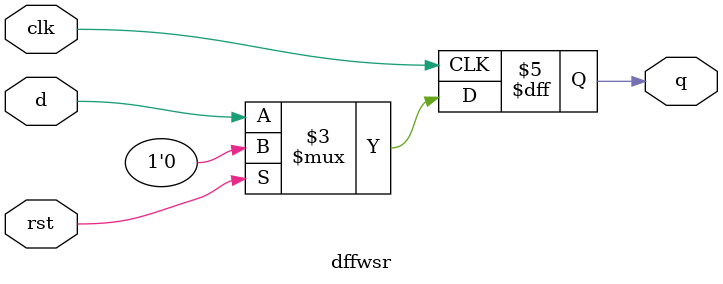
<source format=v>
module SISO(
input i,clr,clk,
output o);
 
wire [2:0] t;
 
dffwsr a(i,clk,clr,t[0]);
dffwsr b(t[0],clk,clr,t[1]);
dffwsr c(t[1],clk,clr,t[2]);
dffwsr d(t[2],clk,clr,o);
 
endmodule
 
 
module dffwsr(
input d,clk,rst,
output reg q);
 
always@(posedge clk )
begin
	if(rst) 
	begin 
	q<=0; 
	end
	else begin q<=d; end
end
 
endmodule
</source>
